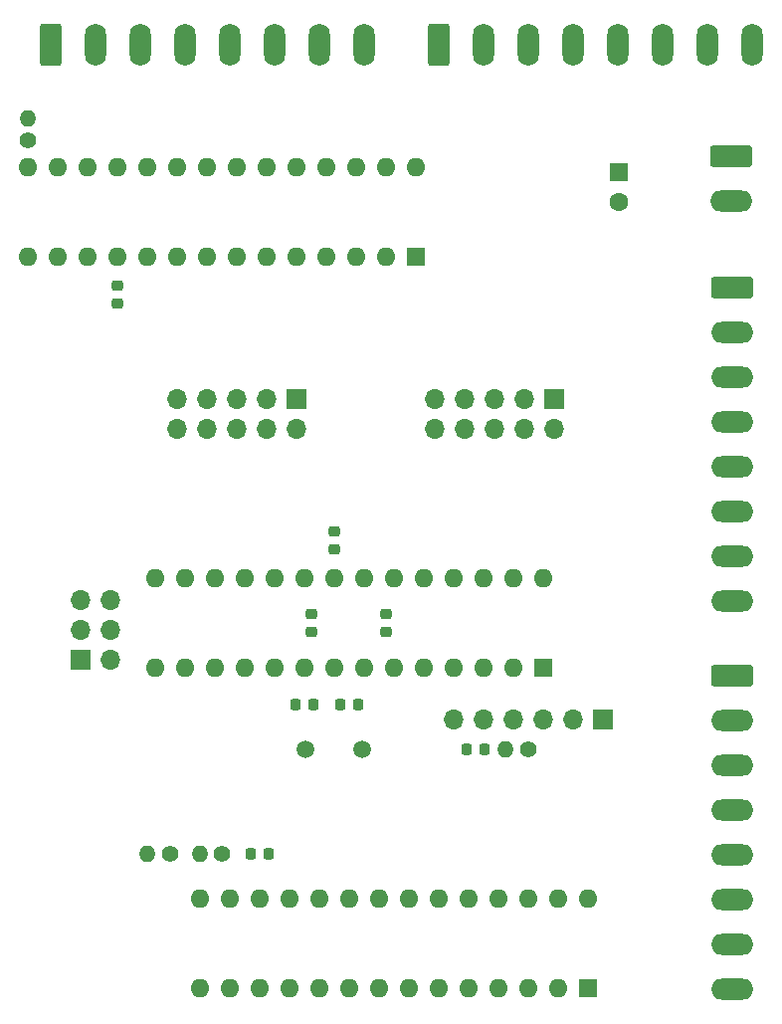
<source format=gbs>
G04 #@! TF.GenerationSoftware,KiCad,Pcbnew,(6.0.0)*
G04 #@! TF.CreationDate,2022-11-09T00:29:18-05:00*
G04 #@! TF.ProjectId,arcade tester controller input,61726361-6465-4207-9465-737465722063,rev?*
G04 #@! TF.SameCoordinates,Original*
G04 #@! TF.FileFunction,Soldermask,Bot*
G04 #@! TF.FilePolarity,Negative*
%FSLAX46Y46*%
G04 Gerber Fmt 4.6, Leading zero omitted, Abs format (unit mm)*
G04 Created by KiCad (PCBNEW (6.0.0)) date 2022-11-09 00:29:18*
%MOMM*%
%LPD*%
G01*
G04 APERTURE LIST*
G04 Aperture macros list*
%AMRoundRect*
0 Rectangle with rounded corners*
0 $1 Rounding radius*
0 $2 $3 $4 $5 $6 $7 $8 $9 X,Y pos of 4 corners*
0 Add a 4 corners polygon primitive as box body*
4,1,4,$2,$3,$4,$5,$6,$7,$8,$9,$2,$3,0*
0 Add four circle primitives for the rounded corners*
1,1,$1+$1,$2,$3*
1,1,$1+$1,$4,$5*
1,1,$1+$1,$6,$7*
1,1,$1+$1,$8,$9*
0 Add four rect primitives between the rounded corners*
20,1,$1+$1,$2,$3,$4,$5,0*
20,1,$1+$1,$4,$5,$6,$7,0*
20,1,$1+$1,$6,$7,$8,$9,0*
20,1,$1+$1,$8,$9,$2,$3,0*%
G04 Aperture macros list end*
%ADD10R,1.600000X1.600000*%
%ADD11C,1.600000*%
%ADD12R,1.700000X1.700000*%
%ADD13O,1.700000X1.700000*%
%ADD14RoundRect,0.250000X-0.650000X-1.550000X0.650000X-1.550000X0.650000X1.550000X-0.650000X1.550000X0*%
%ADD15O,1.800000X3.600000*%
%ADD16RoundRect,0.250000X-1.550000X0.650000X-1.550000X-0.650000X1.550000X-0.650000X1.550000X0.650000X0*%
%ADD17O,3.600000X1.800000*%
%ADD18RoundRect,0.225000X-0.225000X-0.250000X0.225000X-0.250000X0.225000X0.250000X-0.225000X0.250000X0*%
%ADD19O,1.600000X1.600000*%
%ADD20C,1.500000*%
%ADD21C,1.400000*%
%ADD22O,1.400000X1.400000*%
%ADD23RoundRect,0.225000X-0.250000X0.225000X-0.250000X-0.225000X0.250000X-0.225000X0.250000X0.225000X0*%
%ADD24RoundRect,0.225000X0.250000X-0.225000X0.250000X0.225000X-0.250000X0.225000X-0.250000X-0.225000X0*%
G04 APERTURE END LIST*
D10*
X172212000Y-73470888D03*
D11*
X172212000Y-75970888D03*
D12*
X166660000Y-92710000D03*
D13*
X166660000Y-95250000D03*
X164120000Y-92710000D03*
X164120000Y-95250000D03*
X161580000Y-92710000D03*
X161580000Y-95250000D03*
X159040000Y-92710000D03*
X159040000Y-95250000D03*
X156500000Y-92710000D03*
X156500000Y-95250000D03*
D12*
X144780000Y-92710000D03*
D13*
X144780000Y-95250000D03*
X142240000Y-92710000D03*
X142240000Y-95250000D03*
X139700000Y-92710000D03*
X139700000Y-95250000D03*
X137160000Y-92710000D03*
X137160000Y-95250000D03*
X134620000Y-92710000D03*
X134620000Y-95250000D03*
D14*
X123880000Y-62622500D03*
D15*
X127690000Y-62622500D03*
X131500000Y-62622500D03*
X135310000Y-62622500D03*
X139120000Y-62622500D03*
X142930000Y-62622500D03*
X146740000Y-62622500D03*
X150550000Y-62622500D03*
D14*
X156900000Y-62622500D03*
D15*
X160710000Y-62622500D03*
X164520000Y-62622500D03*
X168330000Y-62622500D03*
X172140000Y-62622500D03*
X175950000Y-62622500D03*
X179760000Y-62622500D03*
X183570000Y-62622500D03*
D12*
X170815000Y-120015000D03*
D13*
X168275000Y-120015000D03*
X165735000Y-120015000D03*
X163195000Y-120015000D03*
X160655000Y-120015000D03*
X158115000Y-120015000D03*
D16*
X181852500Y-116260000D03*
D17*
X181852500Y-120070000D03*
X181852500Y-123880000D03*
X181852500Y-127690000D03*
X181852500Y-131500000D03*
X181852500Y-135310000D03*
X181852500Y-139120000D03*
X181852500Y-142930000D03*
D18*
X144640000Y-118745000D03*
X146190000Y-118745000D03*
D10*
X169535000Y-142865000D03*
D19*
X166995000Y-142865000D03*
X164455000Y-142865000D03*
X161915000Y-142865000D03*
X159375000Y-142865000D03*
X156835000Y-142865000D03*
X154295000Y-142865000D03*
X151755000Y-142865000D03*
X149215000Y-142865000D03*
X146675000Y-142865000D03*
X144135000Y-142865000D03*
X141595000Y-142865000D03*
X139055000Y-142865000D03*
X136515000Y-142865000D03*
X136515000Y-135245000D03*
X139055000Y-135245000D03*
X141595000Y-135245000D03*
X144135000Y-135245000D03*
X146675000Y-135245000D03*
X149215000Y-135245000D03*
X151755000Y-135245000D03*
X154295000Y-135245000D03*
X156835000Y-135245000D03*
X159375000Y-135245000D03*
X161915000Y-135245000D03*
X164455000Y-135245000D03*
X166995000Y-135245000D03*
X169535000Y-135245000D03*
D10*
X165725000Y-115560000D03*
D19*
X163185000Y-115560000D03*
X160645000Y-115560000D03*
X158105000Y-115560000D03*
X155565000Y-115560000D03*
X153025000Y-115560000D03*
X150485000Y-115560000D03*
X147945000Y-115560000D03*
X145405000Y-115560000D03*
X142865000Y-115560000D03*
X140325000Y-115560000D03*
X137785000Y-115560000D03*
X135245000Y-115560000D03*
X132705000Y-115560000D03*
X132705000Y-107940000D03*
X135245000Y-107940000D03*
X137785000Y-107940000D03*
X140325000Y-107940000D03*
X142865000Y-107940000D03*
X145405000Y-107940000D03*
X147945000Y-107940000D03*
X150485000Y-107940000D03*
X153025000Y-107940000D03*
X155565000Y-107940000D03*
X158105000Y-107940000D03*
X160645000Y-107940000D03*
X163185000Y-107940000D03*
X165725000Y-107940000D03*
D20*
X145505000Y-122555000D03*
X150385000Y-122555000D03*
D10*
X154930000Y-80635000D03*
D19*
X152390000Y-80635000D03*
X149850000Y-80635000D03*
X147310000Y-80635000D03*
X144770000Y-80635000D03*
X142230000Y-80635000D03*
X139690000Y-80635000D03*
X137150000Y-80635000D03*
X134610000Y-80635000D03*
X132070000Y-80635000D03*
X129530000Y-80635000D03*
X126990000Y-80635000D03*
X124450000Y-80635000D03*
X121910000Y-80635000D03*
X121910000Y-73015000D03*
X124450000Y-73015000D03*
X126990000Y-73015000D03*
X129530000Y-73015000D03*
X132070000Y-73015000D03*
X134610000Y-73015000D03*
X137150000Y-73015000D03*
X139690000Y-73015000D03*
X142230000Y-73015000D03*
X144770000Y-73015000D03*
X147310000Y-73015000D03*
X149850000Y-73015000D03*
X152390000Y-73015000D03*
X154930000Y-73015000D03*
D21*
X164465000Y-122555000D03*
D22*
X162565000Y-122555000D03*
D23*
X129540000Y-83045000D03*
X129540000Y-84595000D03*
D16*
X181852500Y-83240000D03*
D17*
X181852500Y-87050000D03*
X181852500Y-90860000D03*
X181852500Y-94670000D03*
X181852500Y-98480000D03*
X181852500Y-102290000D03*
X181852500Y-106100000D03*
X181852500Y-109910000D03*
D24*
X147955000Y-105550000D03*
X147955000Y-104000000D03*
D18*
X140830000Y-131445000D03*
X142380000Y-131445000D03*
D12*
X126360000Y-114920000D03*
D13*
X128900000Y-114920000D03*
X126360000Y-112380000D03*
X128900000Y-112380000D03*
X126360000Y-109840000D03*
X128900000Y-109840000D03*
D16*
X181725500Y-72064000D03*
D17*
X181725500Y-75874000D03*
D21*
X138430000Y-131445000D03*
D22*
X136530000Y-131445000D03*
D24*
X152400000Y-112535000D03*
X152400000Y-110985000D03*
D18*
X148450000Y-118745000D03*
X150000000Y-118745000D03*
D21*
X133985000Y-131445000D03*
D22*
X132085000Y-131445000D03*
D18*
X159245000Y-122555000D03*
X160795000Y-122555000D03*
D23*
X146050000Y-110985000D03*
X146050000Y-112535000D03*
D21*
X121920000Y-70755000D03*
D22*
X121920000Y-68855000D03*
M02*

</source>
